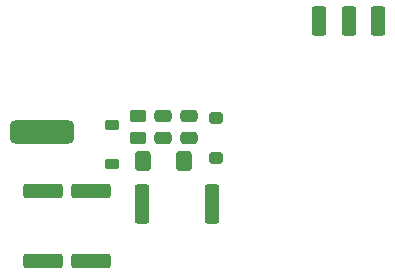
<source format=gbr>
%TF.GenerationSoftware,KiCad,Pcbnew,9.0.5*%
%TF.CreationDate,2025-11-29T21:51:22-08:00*%
%TF.ProjectId,TinyGawant,54696e79-4761-4776-916e-742e6b696361,rev?*%
%TF.SameCoordinates,Original*%
%TF.FileFunction,Paste,Top*%
%TF.FilePolarity,Positive*%
%FSLAX46Y46*%
G04 Gerber Fmt 4.6, Leading zero omitted, Abs format (unit mm)*
G04 Created by KiCad (PCBNEW 9.0.5) date 2025-11-29 21:51:22*
%MOMM*%
%LPD*%
G01*
G04 APERTURE LIST*
G04 Aperture macros list*
%AMRoundRect*
0 Rectangle with rounded corners*
0 $1 Rounding radius*
0 $2 $3 $4 $5 $6 $7 $8 $9 X,Y pos of 4 corners*
0 Add a 4 corners polygon primitive as box body*
4,1,4,$2,$3,$4,$5,$6,$7,$8,$9,$2,$3,0*
0 Add four circle primitives for the rounded corners*
1,1,$1+$1,$2,$3*
1,1,$1+$1,$4,$5*
1,1,$1+$1,$6,$7*
1,1,$1+$1,$8,$9*
0 Add four rect primitives between the rounded corners*
20,1,$1+$1,$2,$3,$4,$5,0*
20,1,$1+$1,$4,$5,$6,$7,0*
20,1,$1+$1,$6,$7,$8,$9,0*
20,1,$1+$1,$8,$9,$2,$3,0*%
G04 Aperture macros list end*
%ADD10RoundRect,0.250000X-1.425000X0.362500X-1.425000X-0.362500X1.425000X-0.362500X1.425000X0.362500X0*%
%ADD11RoundRect,0.500000X-2.250000X-0.500000X2.250000X-0.500000X2.250000X0.500000X-2.250000X0.500000X0*%
%ADD12RoundRect,0.250000X0.475000X-0.250000X0.475000X0.250000X-0.475000X0.250000X-0.475000X-0.250000X0*%
%ADD13RoundRect,0.250000X0.375000X1.000000X-0.375000X1.000000X-0.375000X-1.000000X0.375000X-1.000000X0*%
%ADD14RoundRect,0.250000X-0.450000X0.262500X-0.450000X-0.262500X0.450000X-0.262500X0.450000X0.262500X0*%
%ADD15RoundRect,0.250000X-0.350000X0.250000X-0.350000X-0.250000X0.350000X-0.250000X0.350000X0.250000X0*%
%ADD16RoundRect,0.250000X0.362500X1.425000X-0.362500X1.425000X-0.362500X-1.425000X0.362500X-1.425000X0*%
%ADD17RoundRect,0.250000X1.425000X-0.362500X1.425000X0.362500X-1.425000X0.362500X-1.425000X-0.362500X0*%
%ADD18RoundRect,0.225000X-0.375000X0.225000X-0.375000X-0.225000X0.375000X-0.225000X0.375000X0.225000X0*%
%ADD19RoundRect,0.250000X-0.400000X-0.600000X0.400000X-0.600000X0.400000X0.600000X-0.400000X0.600000X0*%
G04 APERTURE END LIST*
D10*
%TO.C,R1*%
X117602000Y-129498500D03*
X117602000Y-135423500D03*
%TD*%
D11*
%TO.C,J1*%
X113411000Y-124460000D03*
%TD*%
D12*
%TO.C,C3*%
X125840000Y-125010000D03*
X125840000Y-123110000D03*
%TD*%
D13*
%TO.C,SW2*%
X141890000Y-115060000D03*
X139390000Y-115060000D03*
X136890000Y-115060000D03*
%TD*%
D14*
%TO.C,R3*%
X121590000Y-123147500D03*
X121590000Y-124972500D03*
%TD*%
D15*
%TO.C,D2*%
X128140000Y-123260000D03*
X128140000Y-126660000D03*
%TD*%
D16*
%TO.C,R4*%
X127803500Y-130556000D03*
X121878500Y-130556000D03*
%TD*%
D17*
%TO.C,R2*%
X113538000Y-135423500D03*
X113538000Y-129498500D03*
%TD*%
D18*
%TO.C,D1*%
X119340000Y-123860000D03*
X119340000Y-127160000D03*
%TD*%
D19*
%TO.C,D3*%
X121940000Y-126960000D03*
X125440000Y-126960000D03*
%TD*%
D12*
%TO.C,C2*%
X123690000Y-125010000D03*
X123690000Y-123110000D03*
%TD*%
M02*

</source>
